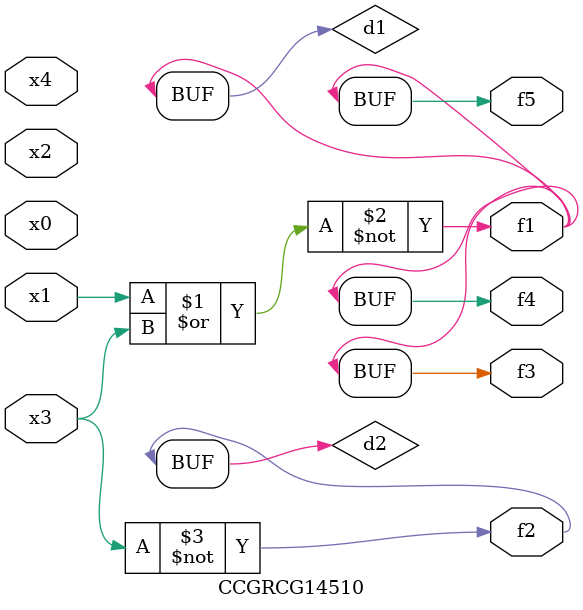
<source format=v>
module CCGRCG14510(
	input x0, x1, x2, x3, x4,
	output f1, f2, f3, f4, f5
);

	wire d1, d2;

	nor (d1, x1, x3);
	not (d2, x3);
	assign f1 = d1;
	assign f2 = d2;
	assign f3 = d1;
	assign f4 = d1;
	assign f5 = d1;
endmodule

</source>
